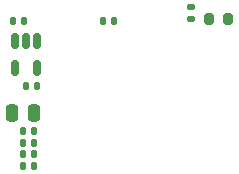
<source format=gbr>
G04 #@! TF.GenerationSoftware,KiCad,Pcbnew,9.0.2*
G04 #@! TF.CreationDate,2025-08-20T20:27:39-04:00*
G04 #@! TF.ProjectId,Trackball,54726163-6b62-4616-9c6c-2e6b69636164,rev?*
G04 #@! TF.SameCoordinates,Original*
G04 #@! TF.FileFunction,Paste,Top*
G04 #@! TF.FilePolarity,Positive*
%FSLAX46Y46*%
G04 Gerber Fmt 4.6, Leading zero omitted, Abs format (unit mm)*
G04 Created by KiCad (PCBNEW 9.0.2) date 2025-08-20 20:27:39*
%MOMM*%
%LPD*%
G01*
G04 APERTURE LIST*
G04 Aperture macros list*
%AMRoundRect*
0 Rectangle with rounded corners*
0 $1 Rounding radius*
0 $2 $3 $4 $5 $6 $7 $8 $9 X,Y pos of 4 corners*
0 Add a 4 corners polygon primitive as box body*
4,1,4,$2,$3,$4,$5,$6,$7,$8,$9,$2,$3,0*
0 Add four circle primitives for the rounded corners*
1,1,$1+$1,$2,$3*
1,1,$1+$1,$4,$5*
1,1,$1+$1,$6,$7*
1,1,$1+$1,$8,$9*
0 Add four rect primitives between the rounded corners*
20,1,$1+$1,$2,$3,$4,$5,0*
20,1,$1+$1,$4,$5,$6,$7,0*
20,1,$1+$1,$6,$7,$8,$9,0*
20,1,$1+$1,$8,$9,$2,$3,0*%
G04 Aperture macros list end*
%ADD10RoundRect,0.140000X0.170000X-0.140000X0.170000X0.140000X-0.170000X0.140000X-0.170000X-0.140000X0*%
%ADD11RoundRect,0.140000X-0.140000X-0.170000X0.140000X-0.170000X0.140000X0.170000X-0.140000X0.170000X0*%
%ADD12RoundRect,0.140000X0.140000X0.170000X-0.140000X0.170000X-0.140000X-0.170000X0.140000X-0.170000X0*%
%ADD13RoundRect,0.150000X-0.150000X0.512500X-0.150000X-0.512500X0.150000X-0.512500X0.150000X0.512500X0*%
%ADD14RoundRect,0.200000X-0.200000X-0.275000X0.200000X-0.275000X0.200000X0.275000X-0.200000X0.275000X0*%
%ADD15RoundRect,0.250000X0.250000X0.475000X-0.250000X0.475000X-0.250000X-0.475000X0.250000X-0.475000X0*%
G04 APERTURE END LIST*
D10*
X118900000Y-165600000D03*
X118900000Y-164640000D03*
D11*
X104650000Y-178100000D03*
X105610000Y-178100000D03*
D12*
X105880000Y-171350000D03*
X104920000Y-171350000D03*
D11*
X103800000Y-165800000D03*
X104760000Y-165800000D03*
D12*
X105610000Y-175100000D03*
X104650000Y-175100000D03*
D13*
X105872000Y-167475000D03*
X104922000Y-167475000D03*
X103972000Y-167475000D03*
X103972000Y-169750000D03*
X105872000Y-169750000D03*
D11*
X111440000Y-165850000D03*
X112400000Y-165850000D03*
D14*
X120400000Y-165600000D03*
X122050000Y-165600000D03*
D12*
X105610000Y-176100000D03*
X104650000Y-176100000D03*
D15*
X105600000Y-173600000D03*
X103700000Y-173600000D03*
D12*
X105610000Y-177100000D03*
X104650000Y-177100000D03*
M02*

</source>
